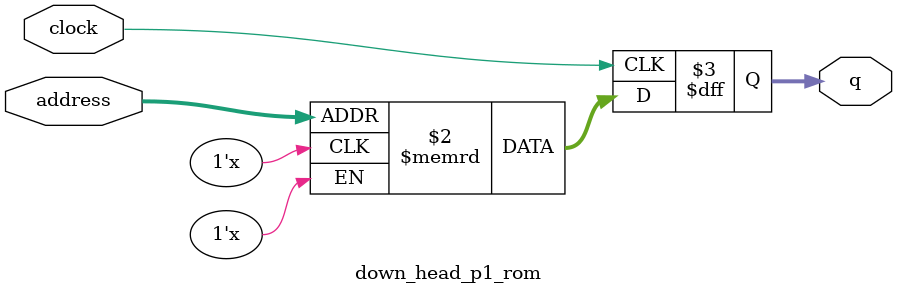
<source format=sv>
module down_head_p1_rom (
	input logic clock,
	input logic [9:0] address,
	output logic [3:0] q
);

logic [3:0] memory [0:575] /* synthesis ram_init_file = "./down_head_p1/down_head_p1.mif" */;

always_ff @ (posedge clock) begin
	q <= memory[address];
end

endmodule

</source>
